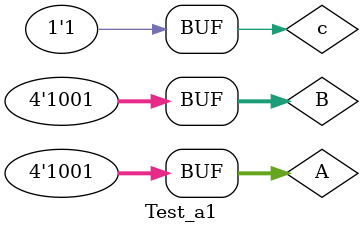
<source format=v>
`timescale 1ns / 1ps


module Test_a1;
parameter n = 4;
reg [n-1:0]A,B;
reg c;
wire [n-1:0]S;
wire C;

//Adder A0(.a(A),.b(B),.cin(c),.cout(C), .s(S));
DecimalAdder DA(.a(A),.b(B),.cin(c),.cout(C),.s(S));

initial
begin
c=0; B[0] = 0; B[1] = 0; B[2] = 0; B[3] = 0; A[0] = 0; A[1] = 0; A[2] = 0; A[3] = 0;
#5 c=5;
#5 c=0; B[0] = 1; 
#5 c=5; B[0] = 1; 
#5 c=0; B[0] = 0; B[1] = 1;
#5 c=5; B[0] = 0; B[1] = 1; 
#5 c=0; B[0] = 1; B[1] = 1;
#5 c=5; B[0] = 1; B[1] = 1;
#5 c=0; B[0] = 0; B[1] = 0; B[2] = 1;
#5 c=5; B[0] = 0; B[1] = 0; B[2] = 1;
#5 c=0; B[0] = 1; B[1] = 0; B[2] = 1; 
#5 c=5; B[0] = 1; B[1] = 0; B[2] = 1;
#5 c=0; B[0] = 0; B[1] = 1; B[2] = 1; 
#5 c=5; B[0] = 0; B[1] = 1; B[2] = 1; 
#5 c=0; B[0] = 1; B[1] = 1; B[2] = 1; 
#5 c=5; B[0] = 1; B[1] = 1; B[2] = 1; 
#5 c=0; B[0] = 0; B[1] = 0; B[2] = 0; B[3] = 1; 
#5 c=5; B[0] = 0; B[1] = 0; B[2] = 0; B[3] = 1;
#5 c=0; B[0] = 1; B[1] = 0; B[2] = 0; B[3] = 1;  //B=9
#5 c=5; B[0] = 1; B[1] = 0; B[2] = 0; B[3] = 1; 
#5 c=0; B[0] = 0; B[1] = 0; B[2] = 0; B[3] = 0; A[0] = 1; A[1] = 0; A[2] = 0; A[3] = 0; //A=1
#5 c=5;
#5 c=0; B[0] = 1; 
#5 c=5; B[0] = 1; 
#5 c=0; B[0] = 0; B[1] = 1;
#5 c=5; B[0] = 0; B[1] = 1; 
#5 c=0; B[0] = 1; B[1] = 1;
#5 c=5; B[0] = 1; B[1] = 1;
#5 c=0; B[0] = 0; B[1] = 0; B[2] = 1;
#5 c=5; B[0] = 0; B[1] = 0; B[2] = 1;
#5 c=0; B[0] = 1; B[1] = 0; B[2] = 1; 
#5 c=5; B[0] = 1; B[1] = 0; B[2] = 1;
#5 c=0; B[0] = 0; B[1] = 1; B[2] = 1; 
#5 c=5; B[0] = 0; B[1] = 1; B[2] = 1; 
#5 c=0; B[0] = 1; B[1] = 1; B[2] = 1; 
#5 c=5; B[0] = 1; B[1] = 1; B[2] = 1; 
#5 c=0; B[0] = 0; B[1] = 0; B[2] = 0; B[3] = 1; 
#5 c=5; B[0] = 0; B[1] = 0; B[2] = 0; B[3] = 1;
#5 c=0; B[0] = 1; B[1] = 0; B[2] = 0; B[3] = 1;  //B=9
#5 c=5; B[0] = 1; B[1] = 0; B[2] = 0; B[3] = 1; 
#5 c=0; B[0] = 0; B[1] = 0; B[2] = 0; B[3] = 0; A[0] = 0; A[1] = 1; A[2] = 0; A[3] = 0; //A=2
#5 c=5;
#5 c=0; B[0] = 1; 
#5 c=5; B[0] = 1; 
#5 c=0; B[0] = 0; B[1] = 1;
#5 c=5; B[0] = 0; B[1] = 1; 
#5 c=0; B[0] = 1; B[1] = 1;
#5 c=5; B[0] = 1; B[1] = 1;
#5 c=0; B[0] = 0; B[1] = 0; B[2] = 1;
#5 c=5; B[0] = 0; B[1] = 0; B[2] = 1;
#5 c=0; B[0] = 1; B[1] = 0; B[2] = 1; 
#5 c=5; B[0] = 1; B[1] = 0; B[2] = 1;
#5 c=0; B[0] = 0; B[1] = 1; B[2] = 1; 
#5 c=5; B[0] = 0; B[1] = 1; B[2] = 1; 
#5 c=0; B[0] = 1; B[1] = 1; B[2] = 1; 
#5 c=5; B[0] = 1; B[1] = 1; B[2] = 1; 
#5 c=0; B[0] = 0; B[1] = 0; B[2] = 0; B[3] = 1; 
#5 c=5; B[0] = 0; B[1] = 0; B[2] = 0; B[3] = 1;
#5 c=0; B[0] = 1; B[1] = 0; B[2] = 0; B[3] = 1;  //B=9
#5 c=5; B[0] = 1; B[1] = 0; B[2] = 0; B[3] = 1; 
#5 c=0; B[0] = 0; B[1] = 0; B[2] = 0; B[3] = 0; A[0] = 1; A[1] = 1; A[2] = 0; A[3] = 0; //A=3
#5 c=5;
#5 c=0; B[0] = 1; 
#5 c=5; B[0] = 1; 
#5 c=0; B[0] = 0; B[1] = 1;
#5 c=5; B[0] = 0; B[1] = 1; 
#5 c=0; B[0] = 1; B[1] = 1;
#5 c=5; B[0] = 1; B[1] = 1;
#5 c=0; B[0] = 0; B[1] = 0; B[2] = 1;
#5 c=5; B[0] = 0; B[1] = 0; B[2] = 1;
#5 c=0; B[0] = 1; B[1] = 0; B[2] = 1; 
#5 c=5; B[0] = 1; B[1] = 0; B[2] = 1;
#5 c=0; B[0] = 0; B[1] = 1; B[2] = 1; 
#5 c=5; B[0] = 0; B[1] = 1; B[2] = 1; 
#5 c=0; B[0] = 1; B[1] = 1; B[2] = 1; 
#5 c=5; B[0] = 1; B[1] = 1; B[2] = 1; 
#5 c=0; B[0] = 0; B[1] = 0; B[2] = 0; B[3] = 1; 
#5 c=5; B[0] = 0; B[1] = 0; B[2] = 0; B[3] = 1;
#5 c=0; B[0] = 1; B[1] = 0; B[2] = 0; B[3] = 1;  //B=9
#5 c=5; B[0] = 1; B[1] = 0; B[2] = 0; B[3] = 1; 
#5 c=0; B[0] = 0; B[1] = 0; B[2] = 0; B[3] = 0; A[0] = 0; A[1] = 0; A[2] = 1; A[3] = 0; //A=4
#5 c=5;
#5 c=0; B[0] = 1; 
#5 c=5; B[0] = 1; 
#5 c=0; B[0] = 0; B[1] = 1;
#5 c=5; B[0] = 0; B[1] = 1; 
#5 c=0; B[0] = 1; B[1] = 1;
#5 c=5; B[0] = 1; B[1] = 1;
#5 c=0; B[0] = 0; B[1] = 0; B[2] = 1;
#5 c=5; B[0] = 0; B[1] = 0; B[2] = 1;
#5 c=0; B[0] = 1; B[1] = 0; B[2] = 1; 
#5 c=5; B[0] = 1; B[1] = 0; B[2] = 1;
#5 c=0; B[0] = 0; B[1] = 1; B[2] = 1; 
#5 c=5; B[0] = 0; B[1] = 1; B[2] = 1; 
#5 c=0; B[0] = 1; B[1] = 1; B[2] = 1; 
#5 c=5; B[0] = 1; B[1] = 1; B[2] = 1; 
#5 c=0; B[0] = 0; B[1] = 0; B[2] = 0; B[3] = 1; 
#5 c=5; B[0] = 0; B[1] = 0; B[2] = 0; B[3] = 1;
#5 c=0; B[0] = 1; B[1] = 0; B[2] = 0; B[3] = 1;  //B=9
#5 c=5; B[0] = 1; B[1] = 0; B[2] = 0; B[3] = 1; 
#5 c=0; B[0] = 0; B[1] = 0; B[2] = 0; B[3] = 0; A[0] = 1; A[1] = 0; A[2] = 1; A[3] = 0; //A=5
#5 c=5;
#5 c=0; B[0] = 1; 
#5 c=5; B[0] = 1; 
#5 c=0; B[0] = 0; B[1] = 1;
#5 c=5; B[0] = 0; B[1] = 1; 
#5 c=0; B[0] = 1; B[1] = 1;
#5 c=5; B[0] = 1; B[1] = 1;
#5 c=0; B[0] = 0; B[1] = 0; B[2] = 1;
#5 c=5; B[0] = 0; B[1] = 0; B[2] = 1;
#5 c=0; B[0] = 1; B[1] = 0; B[2] = 1; 
#5 c=5; B[0] = 1; B[1] = 0; B[2] = 1;
#5 c=0; B[0] = 0; B[1] = 1; B[2] = 1; 
#5 c=5; B[0] = 0; B[1] = 1; B[2] = 1; 
#5 c=0; B[0] = 1; B[1] = 1; B[2] = 1; 
#5 c=5; B[0] = 1; B[1] = 1; B[2] = 1; 
#5 c=0; B[0] = 0; B[1] = 0; B[2] = 0; B[3] = 1; 
#5 c=5; B[0] = 0; B[1] = 0; B[2] = 0; B[3] = 1;
#5 c=0; B[0] = 1; B[1] = 0; B[2] = 0; B[3] = 1;  //B=9
#5 c=5; B[0] = 1; B[1] = 0; B[2] = 0; B[3] = 1; 
#5 c=0; B[0] = 0; B[1] = 0; B[2] = 0; B[3] = 0; A[0] = 0; A[1] = 1; A[2] = 1; A[3] = 0; //A=6
#5 c=5;
#5 c=0; B[0] = 1; 
#5 c=5; B[0] = 1; 
#5 c=0; B[0] = 0; B[1] = 1;
#5 c=5; B[0] = 0; B[1] = 1; 
#5 c=0; B[0] = 1; B[1] = 1;
#5 c=5; B[0] = 1; B[1] = 1;
#5 c=0; B[0] = 0; B[1] = 0; B[2] = 1;
#5 c=5; B[0] = 0; B[1] = 0; B[2] = 1;
#5 c=0; B[0] = 1; B[1] = 0; B[2] = 1; 
#5 c=5; B[0] = 1; B[1] = 0; B[2] = 1;
#5 c=0; B[0] = 0; B[1] = 1; B[2] = 1; 
#5 c=5; B[0] = 0; B[1] = 1; B[2] = 1; 
#5 c=0; B[0] = 1; B[1] = 1; B[2] = 1; 
#5 c=5; B[0] = 1; B[1] = 1; B[2] = 1; 
#5 c=0; B[0] = 0; B[1] = 0; B[2] = 0; B[3] = 1; 
#5 c=5; B[0] = 0; B[1] = 0; B[2] = 0; B[3] = 1;
#5 c=0; B[0] = 1; B[1] = 0; B[2] = 0; B[3] = 1;  //B=9
#5 c=5; B[0] = 1; B[1] = 0; B[2] = 0; B[3] = 1; 
#5 c=0; B[0] = 0; B[1] = 0; B[2] = 0; B[3] = 0; A[0] = 1; A[1] = 1; A[2] = 1; A[3] = 0; //A=7
#5 c=5;
#5 c=0; B[0] = 1; 
#5 c=5; B[0] = 1; 
#5 c=0; B[0] = 0; B[1] = 1;
#5 c=5; B[0] = 0; B[1] = 1; 
#5 c=0; B[0] = 1; B[1] = 1;
#5 c=5; B[0] = 1; B[1] = 1;
#5 c=0; B[0] = 0; B[1] = 0; B[2] = 1;
#5 c=5; B[0] = 0; B[1] = 0; B[2] = 1;
#5 c=0; B[0] = 1; B[1] = 0; B[2] = 1; 
#5 c=5; B[0] = 1; B[1] = 0; B[2] = 1;
#5 c=0; B[0] = 0; B[1] = 1; B[2] = 1; 
#5 c=5; B[0] = 0; B[1] = 1; B[2] = 1; 
#5 c=0; B[0] = 1; B[1] = 1; B[2] = 1; 
#5 c=5; B[0] = 1; B[1] = 1; B[2] = 1; 
#5 c=0; B[0] = 0; B[1] = 0; B[2] = 0; B[3] = 1; 
#5 c=5; B[0] = 0; B[1] = 0; B[2] = 0; B[3] = 1;
#5 c=0; B[0] = 1; B[1] = 0; B[2] = 0; B[3] = 1;  //B=9
#5 c=5; B[0] = 1; B[1] = 0; B[2] = 0; B[3] = 1; 
#5 c=0; B[0] = 0; B[1] = 0; B[2] = 0; B[3] = 0; A[0] = 0; A[1] = 0; A[2] = 0; A[3] = 1; //A=8
#5 c=5;
#5 c=0; B[0] = 1; 
#5 c=5; B[0] = 1; 
#5 c=0; B[0] = 0; B[1] = 1;
#5 c=5; B[0] = 0; B[1] = 1; 
#5 c=0; B[0] = 1; B[1] = 1;
#5 c=5; B[0] = 1; B[1] = 1;
#5 c=0; B[0] = 0; B[1] = 0; B[2] = 1;
#5 c=5; B[0] = 0; B[1] = 0; B[2] = 1;
#5 c=0; B[0] = 1; B[1] = 0; B[2] = 1; 
#5 c=5; B[0] = 1; B[1] = 0; B[2] = 1;
#5 c=0; B[0] = 0; B[1] = 1; B[2] = 1; 
#5 c=5; B[0] = 0; B[1] = 1; B[2] = 1; 
#5 c=0; B[0] = 1; B[1] = 1; B[2] = 1; 
#5 c=5; B[0] = 1; B[1] = 1; B[2] = 1; 
#5 c=0; B[0] = 0; B[1] = 0; B[2] = 0; B[3] = 1; 
#5 c=5; B[0] = 0; B[1] = 0; B[2] = 0; B[3] = 1;
#5 c=0; B[0] = 1; B[1] = 0; B[2] = 0; B[3] = 1;  //B=9
#5 c=5; B[0] = 1; B[1] = 0; B[2] = 0; B[3] = 1; 
#5 c=0; B[0] = 0; B[1] = 0; B[2] = 0; B[3] = 0; A[0] = 1; A[1] = 0; A[2] = 0; A[3] = 1; //A=9
#5 c=5;
#5 c=0; B[0] = 1; 
#5 c=5; B[0] = 1; 
#5 c=0; B[0] = 0; B[1] = 1;
#5 c=5; B[0] = 0; B[1] = 1; 
#5 c=0; B[0] = 1; B[1] = 1;
#5 c=5; B[0] = 1; B[1] = 1;
#5 c=0; B[0] = 0; B[1] = 0; B[2] = 1;
#5 c=5; B[0] = 0; B[1] = 0; B[2] = 1;
#5 c=0; B[0] = 1; B[1] = 0; B[2] = 1; 
#5 c=5; B[0] = 1; B[1] = 0; B[2] = 1;
#5 c=0; B[0] = 0; B[1] = 1; B[2] = 1; 
#5 c=5; B[0] = 0; B[1] = 1; B[2] = 1; 
#5 c=0; B[0] = 1; B[1] = 1; B[2] = 1; 
#5 c=5; B[0] = 1; B[1] = 1; B[2] = 1; 
#5 c=0; B[0] = 0; B[1] = 0; B[2] = 0; B[3] = 1; 
#5 c=5; B[0] = 0; B[1] = 0; B[2] = 0; B[3] = 1;
#5 c=0; B[0] = 1; B[1] = 0; B[2] = 0; B[3] = 1;  //B=9
#5 c=5; B[0] = 1; B[1] = 0; B[2] = 0; B[3] = 1; 

end

endmodule

</source>
